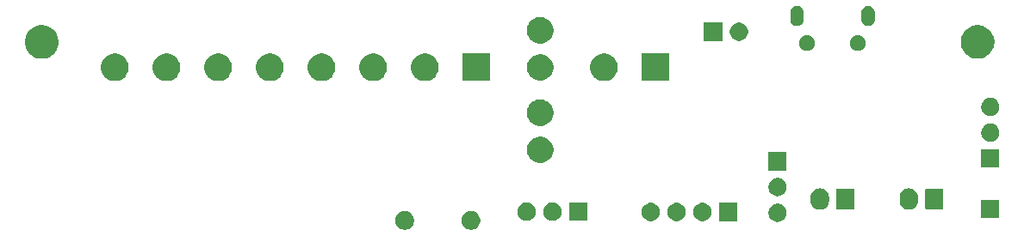
<source format=gbr>
G04 #@! TF.GenerationSoftware,KiCad,Pcbnew,(5.1.5)-3*
G04 #@! TF.CreationDate,2020-04-21T11:06:46-04:00*
G04 #@! TF.ProjectId,STM32_Klipper_Expander,53544d33-325f-44b6-9c69-707065725f45,B*
G04 #@! TF.SameCoordinates,Original*
G04 #@! TF.FileFunction,Soldermask,Bot*
G04 #@! TF.FilePolarity,Negative*
%FSLAX46Y46*%
G04 Gerber Fmt 4.6, Leading zero omitted, Abs format (unit mm)*
G04 Created by KiCad (PCBNEW (5.1.5)-3) date 2020-04-21 11:06:46*
%MOMM*%
%LPD*%
G04 APERTURE LIST*
%ADD10C,0.100000*%
G04 APERTURE END LIST*
D10*
G36*
X146460104Y-96722585D02*
G01*
X146628626Y-96792389D01*
X146780291Y-96893728D01*
X146909272Y-97022709D01*
X147010611Y-97174374D01*
X147080415Y-97342896D01*
X147116000Y-97521797D01*
X147116000Y-97704203D01*
X147080415Y-97883104D01*
X147010611Y-98051626D01*
X146909272Y-98203291D01*
X146780291Y-98332272D01*
X146628626Y-98433611D01*
X146460104Y-98503415D01*
X146281203Y-98539000D01*
X146098797Y-98539000D01*
X145919896Y-98503415D01*
X145751374Y-98433611D01*
X145599709Y-98332272D01*
X145470728Y-98203291D01*
X145369389Y-98051626D01*
X145299585Y-97883104D01*
X145264000Y-97704203D01*
X145264000Y-97521797D01*
X145299585Y-97342896D01*
X145369389Y-97174374D01*
X145470728Y-97022709D01*
X145599709Y-96893728D01*
X145751374Y-96792389D01*
X145919896Y-96722585D01*
X146098797Y-96687000D01*
X146281203Y-96687000D01*
X146460104Y-96722585D01*
G37*
G36*
X139960104Y-96722585D02*
G01*
X140128626Y-96792389D01*
X140280291Y-96893728D01*
X140409272Y-97022709D01*
X140510611Y-97174374D01*
X140580415Y-97342896D01*
X140616000Y-97521797D01*
X140616000Y-97704203D01*
X140580415Y-97883104D01*
X140510611Y-98051626D01*
X140409272Y-98203291D01*
X140280291Y-98332272D01*
X140128626Y-98433611D01*
X139960104Y-98503415D01*
X139781203Y-98539000D01*
X139598797Y-98539000D01*
X139419896Y-98503415D01*
X139251374Y-98433611D01*
X139099709Y-98332272D01*
X138970728Y-98203291D01*
X138869389Y-98051626D01*
X138799585Y-97883104D01*
X138764000Y-97704203D01*
X138764000Y-97521797D01*
X138799585Y-97342896D01*
X138869389Y-97174374D01*
X138970728Y-97022709D01*
X139099709Y-96893728D01*
X139251374Y-96792389D01*
X139419896Y-96722585D01*
X139598797Y-96687000D01*
X139781203Y-96687000D01*
X139960104Y-96722585D01*
G37*
G36*
X176454512Y-95954927D02*
G01*
X176603812Y-95984624D01*
X176767784Y-96052544D01*
X176915354Y-96151147D01*
X177040853Y-96276646D01*
X177139456Y-96424216D01*
X177207376Y-96588188D01*
X177242000Y-96762259D01*
X177242000Y-96939741D01*
X177207376Y-97113812D01*
X177139456Y-97277784D01*
X177040853Y-97425354D01*
X176915354Y-97550853D01*
X176767784Y-97649456D01*
X176603812Y-97717376D01*
X176454512Y-97747073D01*
X176429742Y-97752000D01*
X176252258Y-97752000D01*
X176227488Y-97747073D01*
X176078188Y-97717376D01*
X175914216Y-97649456D01*
X175766646Y-97550853D01*
X175641147Y-97425354D01*
X175542544Y-97277784D01*
X175474624Y-97113812D01*
X175440000Y-96939741D01*
X175440000Y-96762259D01*
X175474624Y-96588188D01*
X175542544Y-96424216D01*
X175641147Y-96276646D01*
X175766646Y-96151147D01*
X175914216Y-96052544D01*
X176078188Y-95984624D01*
X176227488Y-95954927D01*
X176252258Y-95950000D01*
X176429742Y-95950000D01*
X176454512Y-95954927D01*
G37*
G36*
X163987512Y-95881927D02*
G01*
X164136812Y-95911624D01*
X164300784Y-95979544D01*
X164448354Y-96078147D01*
X164573853Y-96203646D01*
X164672456Y-96351216D01*
X164740376Y-96515188D01*
X164775000Y-96689259D01*
X164775000Y-96866741D01*
X164740376Y-97040812D01*
X164672456Y-97204784D01*
X164573853Y-97352354D01*
X164448354Y-97477853D01*
X164300784Y-97576456D01*
X164136812Y-97644376D01*
X163987512Y-97674073D01*
X163962742Y-97679000D01*
X163785258Y-97679000D01*
X163760488Y-97674073D01*
X163611188Y-97644376D01*
X163447216Y-97576456D01*
X163299646Y-97477853D01*
X163174147Y-97352354D01*
X163075544Y-97204784D01*
X163007624Y-97040812D01*
X162973000Y-96866741D01*
X162973000Y-96689259D01*
X163007624Y-96515188D01*
X163075544Y-96351216D01*
X163174147Y-96203646D01*
X163299646Y-96078147D01*
X163447216Y-95979544D01*
X163611188Y-95911624D01*
X163760488Y-95881927D01*
X163785258Y-95877000D01*
X163962742Y-95877000D01*
X163987512Y-95881927D01*
G37*
G36*
X169067512Y-95881927D02*
G01*
X169216812Y-95911624D01*
X169380784Y-95979544D01*
X169528354Y-96078147D01*
X169653853Y-96203646D01*
X169752456Y-96351216D01*
X169820376Y-96515188D01*
X169855000Y-96689259D01*
X169855000Y-96866741D01*
X169820376Y-97040812D01*
X169752456Y-97204784D01*
X169653853Y-97352354D01*
X169528354Y-97477853D01*
X169380784Y-97576456D01*
X169216812Y-97644376D01*
X169067512Y-97674073D01*
X169042742Y-97679000D01*
X168865258Y-97679000D01*
X168840488Y-97674073D01*
X168691188Y-97644376D01*
X168527216Y-97576456D01*
X168379646Y-97477853D01*
X168254147Y-97352354D01*
X168155544Y-97204784D01*
X168087624Y-97040812D01*
X168053000Y-96866741D01*
X168053000Y-96689259D01*
X168087624Y-96515188D01*
X168155544Y-96351216D01*
X168254147Y-96203646D01*
X168379646Y-96078147D01*
X168527216Y-95979544D01*
X168691188Y-95911624D01*
X168840488Y-95881927D01*
X168865258Y-95877000D01*
X169042742Y-95877000D01*
X169067512Y-95881927D01*
G37*
G36*
X166527512Y-95881927D02*
G01*
X166676812Y-95911624D01*
X166840784Y-95979544D01*
X166988354Y-96078147D01*
X167113853Y-96203646D01*
X167212456Y-96351216D01*
X167280376Y-96515188D01*
X167315000Y-96689259D01*
X167315000Y-96866741D01*
X167280376Y-97040812D01*
X167212456Y-97204784D01*
X167113853Y-97352354D01*
X166988354Y-97477853D01*
X166840784Y-97576456D01*
X166676812Y-97644376D01*
X166527512Y-97674073D01*
X166502742Y-97679000D01*
X166325258Y-97679000D01*
X166300488Y-97674073D01*
X166151188Y-97644376D01*
X165987216Y-97576456D01*
X165839646Y-97477853D01*
X165714147Y-97352354D01*
X165615544Y-97204784D01*
X165547624Y-97040812D01*
X165513000Y-96866741D01*
X165513000Y-96689259D01*
X165547624Y-96515188D01*
X165615544Y-96351216D01*
X165714147Y-96203646D01*
X165839646Y-96078147D01*
X165987216Y-95979544D01*
X166151188Y-95911624D01*
X166300488Y-95881927D01*
X166325258Y-95877000D01*
X166502742Y-95877000D01*
X166527512Y-95881927D01*
G37*
G36*
X172395000Y-97679000D02*
G01*
X170593000Y-97679000D01*
X170593000Y-95877000D01*
X172395000Y-95877000D01*
X172395000Y-97679000D01*
G37*
G36*
X157651000Y-97651000D02*
G01*
X155849000Y-97651000D01*
X155849000Y-95849000D01*
X157651000Y-95849000D01*
X157651000Y-97651000D01*
G37*
G36*
X154323512Y-95853927D02*
G01*
X154472812Y-95883624D01*
X154636784Y-95951544D01*
X154784354Y-96050147D01*
X154909853Y-96175646D01*
X155008456Y-96323216D01*
X155076376Y-96487188D01*
X155111000Y-96661259D01*
X155111000Y-96838741D01*
X155076376Y-97012812D01*
X155008456Y-97176784D01*
X154909853Y-97324354D01*
X154784354Y-97449853D01*
X154636784Y-97548456D01*
X154472812Y-97616376D01*
X154332048Y-97644375D01*
X154298742Y-97651000D01*
X154121258Y-97651000D01*
X154087952Y-97644375D01*
X153947188Y-97616376D01*
X153783216Y-97548456D01*
X153635646Y-97449853D01*
X153510147Y-97324354D01*
X153411544Y-97176784D01*
X153343624Y-97012812D01*
X153309000Y-96838741D01*
X153309000Y-96661259D01*
X153343624Y-96487188D01*
X153411544Y-96323216D01*
X153510147Y-96175646D01*
X153635646Y-96050147D01*
X153783216Y-95951544D01*
X153947188Y-95883624D01*
X154096488Y-95853927D01*
X154121258Y-95849000D01*
X154298742Y-95849000D01*
X154323512Y-95853927D01*
G37*
G36*
X151783512Y-95853927D02*
G01*
X151932812Y-95883624D01*
X152096784Y-95951544D01*
X152244354Y-96050147D01*
X152369853Y-96175646D01*
X152468456Y-96323216D01*
X152536376Y-96487188D01*
X152571000Y-96661259D01*
X152571000Y-96838741D01*
X152536376Y-97012812D01*
X152468456Y-97176784D01*
X152369853Y-97324354D01*
X152244354Y-97449853D01*
X152096784Y-97548456D01*
X151932812Y-97616376D01*
X151792048Y-97644375D01*
X151758742Y-97651000D01*
X151581258Y-97651000D01*
X151547952Y-97644375D01*
X151407188Y-97616376D01*
X151243216Y-97548456D01*
X151095646Y-97449853D01*
X150970147Y-97324354D01*
X150871544Y-97176784D01*
X150803624Y-97012812D01*
X150769000Y-96838741D01*
X150769000Y-96661259D01*
X150803624Y-96487188D01*
X150871544Y-96323216D01*
X150970147Y-96175646D01*
X151095646Y-96050147D01*
X151243216Y-95951544D01*
X151407188Y-95883624D01*
X151556488Y-95853927D01*
X151581258Y-95849000D01*
X151758742Y-95849000D01*
X151783512Y-95853927D01*
G37*
G36*
X198151000Y-97401000D02*
G01*
X196349000Y-97401000D01*
X196349000Y-95599000D01*
X198151000Y-95599000D01*
X198151000Y-97401000D01*
G37*
G36*
X189426627Y-94462037D02*
G01*
X189596466Y-94513557D01*
X189752991Y-94597222D01*
X189788729Y-94626552D01*
X189890186Y-94709814D01*
X189973448Y-94811271D01*
X190002778Y-94847009D01*
X190086443Y-95003534D01*
X190137963Y-95173374D01*
X190151000Y-95305743D01*
X190151000Y-95694258D01*
X190137963Y-95826627D01*
X190086443Y-95996466D01*
X190002778Y-96152991D01*
X189973448Y-96188729D01*
X189890186Y-96290186D01*
X189752989Y-96402779D01*
X189596467Y-96486442D01*
X189596465Y-96486443D01*
X189426626Y-96537963D01*
X189250000Y-96555359D01*
X189073373Y-96537963D01*
X188903534Y-96486443D01*
X188747009Y-96402778D01*
X188684183Y-96351218D01*
X188609814Y-96290186D01*
X188497221Y-96152989D01*
X188413558Y-95996467D01*
X188413557Y-95996465D01*
X188362037Y-95826626D01*
X188349000Y-95694257D01*
X188349000Y-95305742D01*
X188362037Y-95173373D01*
X188413557Y-95003534D01*
X188497222Y-94847009D01*
X188609815Y-94709815D01*
X188747010Y-94597222D01*
X188903535Y-94513557D01*
X189073374Y-94462037D01*
X189250000Y-94444641D01*
X189426627Y-94462037D01*
G37*
G36*
X180676627Y-94462037D02*
G01*
X180846466Y-94513557D01*
X181002991Y-94597222D01*
X181038729Y-94626552D01*
X181140186Y-94709814D01*
X181223448Y-94811271D01*
X181252778Y-94847009D01*
X181336443Y-95003534D01*
X181387963Y-95173374D01*
X181401000Y-95305743D01*
X181401000Y-95694258D01*
X181387963Y-95826627D01*
X181336443Y-95996466D01*
X181252778Y-96152991D01*
X181223448Y-96188729D01*
X181140186Y-96290186D01*
X181002989Y-96402779D01*
X180846467Y-96486442D01*
X180846465Y-96486443D01*
X180676626Y-96537963D01*
X180500000Y-96555359D01*
X180323373Y-96537963D01*
X180153534Y-96486443D01*
X179997009Y-96402778D01*
X179934183Y-96351218D01*
X179859814Y-96290186D01*
X179747221Y-96152989D01*
X179663558Y-95996467D01*
X179663557Y-95996465D01*
X179612037Y-95826626D01*
X179599000Y-95694257D01*
X179599000Y-95305742D01*
X179612037Y-95173373D01*
X179663557Y-95003534D01*
X179747222Y-94847009D01*
X179859815Y-94709815D01*
X179997010Y-94597222D01*
X180153535Y-94513557D01*
X180323374Y-94462037D01*
X180500000Y-94444641D01*
X180676627Y-94462037D01*
G37*
G36*
X192508600Y-94452989D02*
G01*
X192541652Y-94463015D01*
X192572103Y-94479292D01*
X192598799Y-94501201D01*
X192620708Y-94527897D01*
X192636985Y-94558348D01*
X192647011Y-94591400D01*
X192651000Y-94631903D01*
X192651000Y-96368097D01*
X192647011Y-96408600D01*
X192636985Y-96441652D01*
X192620708Y-96472103D01*
X192598799Y-96498799D01*
X192572103Y-96520708D01*
X192541652Y-96536985D01*
X192508600Y-96547011D01*
X192468097Y-96551000D01*
X191031903Y-96551000D01*
X190991400Y-96547011D01*
X190958348Y-96536985D01*
X190927897Y-96520708D01*
X190901201Y-96498799D01*
X190879292Y-96472103D01*
X190863015Y-96441652D01*
X190852989Y-96408600D01*
X190849000Y-96368097D01*
X190849000Y-94631903D01*
X190852989Y-94591400D01*
X190863015Y-94558348D01*
X190879292Y-94527897D01*
X190901201Y-94501201D01*
X190927897Y-94479292D01*
X190958348Y-94463015D01*
X190991400Y-94452989D01*
X191031903Y-94449000D01*
X192468097Y-94449000D01*
X192508600Y-94452989D01*
G37*
G36*
X183758600Y-94452989D02*
G01*
X183791652Y-94463015D01*
X183822103Y-94479292D01*
X183848799Y-94501201D01*
X183870708Y-94527897D01*
X183886985Y-94558348D01*
X183897011Y-94591400D01*
X183901000Y-94631903D01*
X183901000Y-96368097D01*
X183897011Y-96408600D01*
X183886985Y-96441652D01*
X183870708Y-96472103D01*
X183848799Y-96498799D01*
X183822103Y-96520708D01*
X183791652Y-96536985D01*
X183758600Y-96547011D01*
X183718097Y-96551000D01*
X182281903Y-96551000D01*
X182241400Y-96547011D01*
X182208348Y-96536985D01*
X182177897Y-96520708D01*
X182151201Y-96498799D01*
X182129292Y-96472103D01*
X182113015Y-96441652D01*
X182102989Y-96408600D01*
X182099000Y-96368097D01*
X182099000Y-94631903D01*
X182102989Y-94591400D01*
X182113015Y-94558348D01*
X182129292Y-94527897D01*
X182151201Y-94501201D01*
X182177897Y-94479292D01*
X182208348Y-94463015D01*
X182241400Y-94452989D01*
X182281903Y-94449000D01*
X183718097Y-94449000D01*
X183758600Y-94452989D01*
G37*
G36*
X176454512Y-93414927D02*
G01*
X176603812Y-93444624D01*
X176767784Y-93512544D01*
X176915354Y-93611147D01*
X177040853Y-93736646D01*
X177139456Y-93884216D01*
X177207376Y-94048188D01*
X177242000Y-94222259D01*
X177242000Y-94399741D01*
X177207376Y-94573812D01*
X177139456Y-94737784D01*
X177040853Y-94885354D01*
X176915354Y-95010853D01*
X176767784Y-95109456D01*
X176603812Y-95177376D01*
X176454512Y-95207073D01*
X176429742Y-95212000D01*
X176252258Y-95212000D01*
X176227488Y-95207073D01*
X176078188Y-95177376D01*
X175914216Y-95109456D01*
X175766646Y-95010853D01*
X175641147Y-94885354D01*
X175542544Y-94737784D01*
X175474624Y-94573812D01*
X175440000Y-94399741D01*
X175440000Y-94222259D01*
X175474624Y-94048188D01*
X175542544Y-93884216D01*
X175641147Y-93736646D01*
X175766646Y-93611147D01*
X175914216Y-93512544D01*
X176078188Y-93444624D01*
X176227488Y-93414927D01*
X176252258Y-93410000D01*
X176429742Y-93410000D01*
X176454512Y-93414927D01*
G37*
G36*
X177242000Y-92672000D02*
G01*
X175440000Y-92672000D01*
X175440000Y-90870000D01*
X177242000Y-90870000D01*
X177242000Y-92672000D01*
G37*
G36*
X198151000Y-92401000D02*
G01*
X196349000Y-92401000D01*
X196349000Y-90599000D01*
X198151000Y-90599000D01*
X198151000Y-92401000D01*
G37*
G36*
X153379487Y-89383996D02*
G01*
X153616253Y-89482068D01*
X153616255Y-89482069D01*
X153694505Y-89534354D01*
X153829339Y-89624447D01*
X154010553Y-89805661D01*
X154152932Y-90018747D01*
X154251004Y-90255513D01*
X154301000Y-90506861D01*
X154301000Y-90763139D01*
X154251004Y-91014487D01*
X154152932Y-91251253D01*
X154152931Y-91251255D01*
X154010553Y-91464339D01*
X153829339Y-91645553D01*
X153616255Y-91787931D01*
X153616254Y-91787932D01*
X153616253Y-91787932D01*
X153379487Y-91886004D01*
X153128139Y-91936000D01*
X152871861Y-91936000D01*
X152620513Y-91886004D01*
X152383747Y-91787932D01*
X152383746Y-91787932D01*
X152383745Y-91787931D01*
X152170661Y-91645553D01*
X151989447Y-91464339D01*
X151847069Y-91251255D01*
X151847068Y-91251253D01*
X151748996Y-91014487D01*
X151699000Y-90763139D01*
X151699000Y-90506861D01*
X151748996Y-90255513D01*
X151847068Y-90018747D01*
X151989447Y-89805661D01*
X152170661Y-89624447D01*
X152305495Y-89534354D01*
X152383745Y-89482069D01*
X152383747Y-89482068D01*
X152620513Y-89383996D01*
X152871861Y-89334000D01*
X153128139Y-89334000D01*
X153379487Y-89383996D01*
G37*
G36*
X197363512Y-88063927D02*
G01*
X197512812Y-88093624D01*
X197676784Y-88161544D01*
X197824354Y-88260147D01*
X197949853Y-88385646D01*
X198048456Y-88533216D01*
X198116376Y-88697188D01*
X198151000Y-88871259D01*
X198151000Y-89048741D01*
X198116376Y-89222812D01*
X198048456Y-89386784D01*
X197949853Y-89534354D01*
X197824354Y-89659853D01*
X197676784Y-89758456D01*
X197512812Y-89826376D01*
X197363512Y-89856073D01*
X197338742Y-89861000D01*
X197161258Y-89861000D01*
X197136488Y-89856073D01*
X196987188Y-89826376D01*
X196823216Y-89758456D01*
X196675646Y-89659853D01*
X196550147Y-89534354D01*
X196451544Y-89386784D01*
X196383624Y-89222812D01*
X196349000Y-89048741D01*
X196349000Y-88871259D01*
X196383624Y-88697188D01*
X196451544Y-88533216D01*
X196550147Y-88385646D01*
X196675646Y-88260147D01*
X196823216Y-88161544D01*
X196987188Y-88093624D01*
X197136488Y-88063927D01*
X197161258Y-88059000D01*
X197338742Y-88059000D01*
X197363512Y-88063927D01*
G37*
G36*
X153379487Y-85723996D02*
G01*
X153616253Y-85822068D01*
X153616255Y-85822069D01*
X153651542Y-85845647D01*
X153829339Y-85964447D01*
X154010553Y-86145661D01*
X154152932Y-86358747D01*
X154251004Y-86595513D01*
X154301000Y-86846861D01*
X154301000Y-87103139D01*
X154251004Y-87354487D01*
X154152932Y-87591253D01*
X154152931Y-87591255D01*
X154010553Y-87804339D01*
X153829339Y-87985553D01*
X153616255Y-88127931D01*
X153616254Y-88127932D01*
X153616253Y-88127932D01*
X153379487Y-88226004D01*
X153128139Y-88276000D01*
X152871861Y-88276000D01*
X152620513Y-88226004D01*
X152383747Y-88127932D01*
X152383746Y-88127932D01*
X152383745Y-88127931D01*
X152170661Y-87985553D01*
X151989447Y-87804339D01*
X151847069Y-87591255D01*
X151847068Y-87591253D01*
X151748996Y-87354487D01*
X151699000Y-87103139D01*
X151699000Y-86846861D01*
X151748996Y-86595513D01*
X151847068Y-86358747D01*
X151989447Y-86145661D01*
X152170661Y-85964447D01*
X152348458Y-85845647D01*
X152383745Y-85822069D01*
X152383747Y-85822068D01*
X152620513Y-85723996D01*
X152871861Y-85674000D01*
X153128139Y-85674000D01*
X153379487Y-85723996D01*
G37*
G36*
X197363512Y-85523927D02*
G01*
X197512812Y-85553624D01*
X197676784Y-85621544D01*
X197824354Y-85720147D01*
X197949853Y-85845646D01*
X198048456Y-85993216D01*
X198116376Y-86157188D01*
X198151000Y-86331259D01*
X198151000Y-86508741D01*
X198116376Y-86682812D01*
X198048456Y-86846784D01*
X197949853Y-86994354D01*
X197824354Y-87119853D01*
X197676784Y-87218456D01*
X197512812Y-87286376D01*
X197363512Y-87316073D01*
X197338742Y-87321000D01*
X197161258Y-87321000D01*
X197136488Y-87316073D01*
X196987188Y-87286376D01*
X196823216Y-87218456D01*
X196675646Y-87119853D01*
X196550147Y-86994354D01*
X196451544Y-86846784D01*
X196383624Y-86682812D01*
X196349000Y-86508741D01*
X196349000Y-86331259D01*
X196383624Y-86157188D01*
X196451544Y-85993216D01*
X196550147Y-85845646D01*
X196675646Y-85720147D01*
X196823216Y-85621544D01*
X196987188Y-85553624D01*
X197136488Y-85523927D01*
X197161258Y-85519000D01*
X197338742Y-85519000D01*
X197363512Y-85523927D01*
G37*
G36*
X116664072Y-81200918D02*
G01*
X116860827Y-81282416D01*
X116909939Y-81302759D01*
X116983736Y-81352069D01*
X117131211Y-81450609D01*
X117319391Y-81638789D01*
X117467242Y-81860063D01*
X117569082Y-82105928D01*
X117572978Y-82125512D01*
X117621000Y-82366938D01*
X117621000Y-82633062D01*
X117569082Y-82894072D01*
X117467241Y-83139939D01*
X117319390Y-83361212D01*
X117131212Y-83549390D01*
X116909939Y-83697241D01*
X116909938Y-83697242D01*
X116909937Y-83697242D01*
X116664072Y-83799082D01*
X116403063Y-83851000D01*
X116136937Y-83851000D01*
X115875928Y-83799082D01*
X115630063Y-83697242D01*
X115630062Y-83697242D01*
X115630061Y-83697241D01*
X115408788Y-83549390D01*
X115220610Y-83361212D01*
X115072759Y-83139939D01*
X114970918Y-82894072D01*
X114919000Y-82633062D01*
X114919000Y-82366938D01*
X114967023Y-82125512D01*
X114970918Y-82105928D01*
X115072758Y-81860063D01*
X115220609Y-81638789D01*
X115408789Y-81450609D01*
X115556264Y-81352069D01*
X115630061Y-81302759D01*
X115679174Y-81282416D01*
X115875928Y-81200918D01*
X116136937Y-81149000D01*
X116403063Y-81149000D01*
X116664072Y-81200918D01*
G37*
G36*
X148101000Y-83851000D02*
G01*
X145399000Y-83851000D01*
X145399000Y-81149000D01*
X148101000Y-81149000D01*
X148101000Y-83851000D01*
G37*
G36*
X165701000Y-83851000D02*
G01*
X162999000Y-83851000D01*
X162999000Y-81149000D01*
X165701000Y-81149000D01*
X165701000Y-83851000D01*
G37*
G36*
X159664072Y-81200918D02*
G01*
X159860827Y-81282416D01*
X159909939Y-81302759D01*
X159983736Y-81352069D01*
X160131211Y-81450609D01*
X160319391Y-81638789D01*
X160467242Y-81860063D01*
X160569082Y-82105928D01*
X160572978Y-82125512D01*
X160621000Y-82366938D01*
X160621000Y-82633062D01*
X160569082Y-82894072D01*
X160467241Y-83139939D01*
X160319390Y-83361212D01*
X160131212Y-83549390D01*
X159909939Y-83697241D01*
X159909938Y-83697242D01*
X159909937Y-83697242D01*
X159664072Y-83799082D01*
X159403063Y-83851000D01*
X159136937Y-83851000D01*
X158875928Y-83799082D01*
X158630063Y-83697242D01*
X158630062Y-83697242D01*
X158630061Y-83697241D01*
X158408788Y-83549390D01*
X158220610Y-83361212D01*
X158072759Y-83139939D01*
X157970918Y-82894072D01*
X157919000Y-82633062D01*
X157919000Y-82366938D01*
X157967023Y-82125512D01*
X157970918Y-82105928D01*
X158072758Y-81860063D01*
X158220609Y-81638789D01*
X158408789Y-81450609D01*
X158556264Y-81352069D01*
X158630061Y-81302759D01*
X158679174Y-81282416D01*
X158875928Y-81200918D01*
X159136937Y-81149000D01*
X159403063Y-81149000D01*
X159664072Y-81200918D01*
G37*
G36*
X121744072Y-81200918D02*
G01*
X121940827Y-81282416D01*
X121989939Y-81302759D01*
X122063736Y-81352069D01*
X122211211Y-81450609D01*
X122399391Y-81638789D01*
X122547242Y-81860063D01*
X122649082Y-82105928D01*
X122652978Y-82125512D01*
X122701000Y-82366938D01*
X122701000Y-82633062D01*
X122649082Y-82894072D01*
X122547241Y-83139939D01*
X122399390Y-83361212D01*
X122211212Y-83549390D01*
X121989939Y-83697241D01*
X121989938Y-83697242D01*
X121989937Y-83697242D01*
X121744072Y-83799082D01*
X121483063Y-83851000D01*
X121216937Y-83851000D01*
X120955928Y-83799082D01*
X120710063Y-83697242D01*
X120710062Y-83697242D01*
X120710061Y-83697241D01*
X120488788Y-83549390D01*
X120300610Y-83361212D01*
X120152759Y-83139939D01*
X120050918Y-82894072D01*
X119999000Y-82633062D01*
X119999000Y-82366938D01*
X120047023Y-82125512D01*
X120050918Y-82105928D01*
X120152758Y-81860063D01*
X120300609Y-81638789D01*
X120488789Y-81450609D01*
X120636264Y-81352069D01*
X120710061Y-81302759D01*
X120759174Y-81282416D01*
X120955928Y-81200918D01*
X121216937Y-81149000D01*
X121483063Y-81149000D01*
X121744072Y-81200918D01*
G37*
G36*
X126824072Y-81200918D02*
G01*
X127020827Y-81282416D01*
X127069939Y-81302759D01*
X127143736Y-81352069D01*
X127291211Y-81450609D01*
X127479391Y-81638789D01*
X127627242Y-81860063D01*
X127729082Y-82105928D01*
X127732978Y-82125512D01*
X127781000Y-82366938D01*
X127781000Y-82633062D01*
X127729082Y-82894072D01*
X127627241Y-83139939D01*
X127479390Y-83361212D01*
X127291212Y-83549390D01*
X127069939Y-83697241D01*
X127069938Y-83697242D01*
X127069937Y-83697242D01*
X126824072Y-83799082D01*
X126563063Y-83851000D01*
X126296937Y-83851000D01*
X126035928Y-83799082D01*
X125790063Y-83697242D01*
X125790062Y-83697242D01*
X125790061Y-83697241D01*
X125568788Y-83549390D01*
X125380610Y-83361212D01*
X125232759Y-83139939D01*
X125130918Y-82894072D01*
X125079000Y-82633062D01*
X125079000Y-82366938D01*
X125127023Y-82125512D01*
X125130918Y-82105928D01*
X125232758Y-81860063D01*
X125380609Y-81638789D01*
X125568789Y-81450609D01*
X125716264Y-81352069D01*
X125790061Y-81302759D01*
X125839174Y-81282416D01*
X126035928Y-81200918D01*
X126296937Y-81149000D01*
X126563063Y-81149000D01*
X126824072Y-81200918D01*
G37*
G36*
X131904072Y-81200918D02*
G01*
X132100827Y-81282416D01*
X132149939Y-81302759D01*
X132223736Y-81352069D01*
X132371211Y-81450609D01*
X132559391Y-81638789D01*
X132707242Y-81860063D01*
X132809082Y-82105928D01*
X132812978Y-82125512D01*
X132861000Y-82366938D01*
X132861000Y-82633062D01*
X132809082Y-82894072D01*
X132707241Y-83139939D01*
X132559390Y-83361212D01*
X132371212Y-83549390D01*
X132149939Y-83697241D01*
X132149938Y-83697242D01*
X132149937Y-83697242D01*
X131904072Y-83799082D01*
X131643063Y-83851000D01*
X131376937Y-83851000D01*
X131115928Y-83799082D01*
X130870063Y-83697242D01*
X130870062Y-83697242D01*
X130870061Y-83697241D01*
X130648788Y-83549390D01*
X130460610Y-83361212D01*
X130312759Y-83139939D01*
X130210918Y-82894072D01*
X130159000Y-82633062D01*
X130159000Y-82366938D01*
X130207023Y-82125512D01*
X130210918Y-82105928D01*
X130312758Y-81860063D01*
X130460609Y-81638789D01*
X130648789Y-81450609D01*
X130796264Y-81352069D01*
X130870061Y-81302759D01*
X130919174Y-81282416D01*
X131115928Y-81200918D01*
X131376937Y-81149000D01*
X131643063Y-81149000D01*
X131904072Y-81200918D01*
G37*
G36*
X142064072Y-81200918D02*
G01*
X142260827Y-81282416D01*
X142309939Y-81302759D01*
X142383736Y-81352069D01*
X142531211Y-81450609D01*
X142719391Y-81638789D01*
X142867242Y-81860063D01*
X142969082Y-82105928D01*
X142972978Y-82125512D01*
X143021000Y-82366938D01*
X143021000Y-82633062D01*
X142969082Y-82894072D01*
X142867241Y-83139939D01*
X142719390Y-83361212D01*
X142531212Y-83549390D01*
X142309939Y-83697241D01*
X142309938Y-83697242D01*
X142309937Y-83697242D01*
X142064072Y-83799082D01*
X141803063Y-83851000D01*
X141536937Y-83851000D01*
X141275928Y-83799082D01*
X141030063Y-83697242D01*
X141030062Y-83697242D01*
X141030061Y-83697241D01*
X140808788Y-83549390D01*
X140620610Y-83361212D01*
X140472759Y-83139939D01*
X140370918Y-82894072D01*
X140319000Y-82633062D01*
X140319000Y-82366938D01*
X140367023Y-82125512D01*
X140370918Y-82105928D01*
X140472758Y-81860063D01*
X140620609Y-81638789D01*
X140808789Y-81450609D01*
X140956264Y-81352069D01*
X141030061Y-81302759D01*
X141079174Y-81282416D01*
X141275928Y-81200918D01*
X141536937Y-81149000D01*
X141803063Y-81149000D01*
X142064072Y-81200918D01*
G37*
G36*
X136984072Y-81200918D02*
G01*
X137180827Y-81282416D01*
X137229939Y-81302759D01*
X137303736Y-81352069D01*
X137451211Y-81450609D01*
X137639391Y-81638789D01*
X137787242Y-81860063D01*
X137889082Y-82105928D01*
X137892978Y-82125512D01*
X137941000Y-82366938D01*
X137941000Y-82633062D01*
X137889082Y-82894072D01*
X137787241Y-83139939D01*
X137639390Y-83361212D01*
X137451212Y-83549390D01*
X137229939Y-83697241D01*
X137229938Y-83697242D01*
X137229937Y-83697242D01*
X136984072Y-83799082D01*
X136723063Y-83851000D01*
X136456937Y-83851000D01*
X136195928Y-83799082D01*
X135950063Y-83697242D01*
X135950062Y-83697242D01*
X135950061Y-83697241D01*
X135728788Y-83549390D01*
X135540610Y-83361212D01*
X135392759Y-83139939D01*
X135290918Y-82894072D01*
X135239000Y-82633062D01*
X135239000Y-82366938D01*
X135287023Y-82125512D01*
X135290918Y-82105928D01*
X135392758Y-81860063D01*
X135540609Y-81638789D01*
X135728789Y-81450609D01*
X135876264Y-81352069D01*
X135950061Y-81302759D01*
X135999174Y-81282416D01*
X136195928Y-81200918D01*
X136456937Y-81149000D01*
X136723063Y-81149000D01*
X136984072Y-81200918D01*
G37*
G36*
X111584072Y-81200918D02*
G01*
X111780827Y-81282416D01*
X111829939Y-81302759D01*
X111903736Y-81352069D01*
X112051211Y-81450609D01*
X112239391Y-81638789D01*
X112387242Y-81860063D01*
X112489082Y-82105928D01*
X112492978Y-82125512D01*
X112541000Y-82366938D01*
X112541000Y-82633062D01*
X112489082Y-82894072D01*
X112387241Y-83139939D01*
X112239390Y-83361212D01*
X112051212Y-83549390D01*
X111829939Y-83697241D01*
X111829938Y-83697242D01*
X111829937Y-83697242D01*
X111584072Y-83799082D01*
X111323063Y-83851000D01*
X111056937Y-83851000D01*
X110795928Y-83799082D01*
X110550063Y-83697242D01*
X110550062Y-83697242D01*
X110550061Y-83697241D01*
X110328788Y-83549390D01*
X110140610Y-83361212D01*
X109992759Y-83139939D01*
X109890918Y-82894072D01*
X109839000Y-82633062D01*
X109839000Y-82366938D01*
X109887023Y-82125512D01*
X109890918Y-82105928D01*
X109992758Y-81860063D01*
X110140609Y-81638789D01*
X110328789Y-81450609D01*
X110476264Y-81352069D01*
X110550061Y-81302759D01*
X110599174Y-81282416D01*
X110795928Y-81200918D01*
X111056937Y-81149000D01*
X111323063Y-81149000D01*
X111584072Y-81200918D01*
G37*
G36*
X153379487Y-81253996D02*
G01*
X153616253Y-81352068D01*
X153616255Y-81352069D01*
X153763731Y-81450609D01*
X153829339Y-81494447D01*
X154010553Y-81675661D01*
X154152932Y-81888747D01*
X154251004Y-82125513D01*
X154301000Y-82376861D01*
X154301000Y-82633139D01*
X154251004Y-82884487D01*
X154152932Y-83121253D01*
X154152931Y-83121255D01*
X154010553Y-83334339D01*
X153829339Y-83515553D01*
X153616255Y-83657931D01*
X153616254Y-83657932D01*
X153616253Y-83657932D01*
X153379487Y-83756004D01*
X153128139Y-83806000D01*
X152871861Y-83806000D01*
X152620513Y-83756004D01*
X152383747Y-83657932D01*
X152383746Y-83657932D01*
X152383745Y-83657931D01*
X152170661Y-83515553D01*
X151989447Y-83334339D01*
X151847069Y-83121255D01*
X151847068Y-83121253D01*
X151748996Y-82884487D01*
X151699000Y-82633139D01*
X151699000Y-82376861D01*
X151748996Y-82125513D01*
X151847068Y-81888747D01*
X151989447Y-81675661D01*
X152170661Y-81494447D01*
X152236269Y-81450609D01*
X152383745Y-81352069D01*
X152383747Y-81352068D01*
X152620513Y-81253996D01*
X152871861Y-81204000D01*
X153128139Y-81204000D01*
X153379487Y-81253996D01*
G37*
G36*
X104375256Y-78391298D02*
G01*
X104481579Y-78412447D01*
X104782042Y-78536903D01*
X105052451Y-78717585D01*
X105282415Y-78947549D01*
X105376757Y-79088742D01*
X105463098Y-79217960D01*
X105465802Y-79224488D01*
X105587553Y-79518421D01*
X105598679Y-79574354D01*
X105651000Y-79837389D01*
X105651000Y-80162611D01*
X105643974Y-80197931D01*
X105587553Y-80481579D01*
X105463097Y-80782042D01*
X105282415Y-81052451D01*
X105052451Y-81282415D01*
X104782042Y-81463097D01*
X104782041Y-81463098D01*
X104782040Y-81463098D01*
X104694037Y-81499550D01*
X104481579Y-81587553D01*
X104375256Y-81608702D01*
X104162611Y-81651000D01*
X103837389Y-81651000D01*
X103624744Y-81608702D01*
X103518421Y-81587553D01*
X103305963Y-81499550D01*
X103217960Y-81463098D01*
X103217959Y-81463098D01*
X103217958Y-81463097D01*
X102947549Y-81282415D01*
X102717585Y-81052451D01*
X102536903Y-80782042D01*
X102412447Y-80481579D01*
X102356026Y-80197931D01*
X102349000Y-80162611D01*
X102349000Y-79837389D01*
X102401321Y-79574354D01*
X102412447Y-79518421D01*
X102534198Y-79224488D01*
X102536902Y-79217960D01*
X102623243Y-79088742D01*
X102717585Y-78947549D01*
X102947549Y-78717585D01*
X103217958Y-78536903D01*
X103518421Y-78412447D01*
X103624744Y-78391298D01*
X103837389Y-78349000D01*
X104162611Y-78349000D01*
X104375256Y-78391298D01*
G37*
G36*
X196375256Y-78391298D02*
G01*
X196481579Y-78412447D01*
X196782042Y-78536903D01*
X197052451Y-78717585D01*
X197282415Y-78947549D01*
X197376757Y-79088742D01*
X197463098Y-79217960D01*
X197465802Y-79224488D01*
X197587553Y-79518421D01*
X197598679Y-79574354D01*
X197651000Y-79837389D01*
X197651000Y-80162611D01*
X197643974Y-80197931D01*
X197587553Y-80481579D01*
X197463097Y-80782042D01*
X197282415Y-81052451D01*
X197052451Y-81282415D01*
X196782042Y-81463097D01*
X196782041Y-81463098D01*
X196782040Y-81463098D01*
X196694037Y-81499550D01*
X196481579Y-81587553D01*
X196375256Y-81608702D01*
X196162611Y-81651000D01*
X195837389Y-81651000D01*
X195624744Y-81608702D01*
X195518421Y-81587553D01*
X195305963Y-81499550D01*
X195217960Y-81463098D01*
X195217959Y-81463098D01*
X195217958Y-81463097D01*
X194947549Y-81282415D01*
X194717585Y-81052451D01*
X194536903Y-80782042D01*
X194412447Y-80481579D01*
X194356026Y-80197931D01*
X194349000Y-80162611D01*
X194349000Y-79837389D01*
X194401321Y-79574354D01*
X194412447Y-79518421D01*
X194534198Y-79224488D01*
X194536902Y-79217960D01*
X194623243Y-79088742D01*
X194717585Y-78947549D01*
X194947549Y-78717585D01*
X195217958Y-78536903D01*
X195518421Y-78412447D01*
X195624744Y-78391298D01*
X195837389Y-78349000D01*
X196162611Y-78349000D01*
X196375256Y-78391298D01*
G37*
G36*
X179468348Y-79375320D02*
G01*
X179468350Y-79375321D01*
X179468351Y-79375321D01*
X179609574Y-79433817D01*
X179609577Y-79433819D01*
X179736669Y-79518739D01*
X179844761Y-79626831D01*
X179929681Y-79753923D01*
X179929683Y-79753926D01*
X179976261Y-79866376D01*
X179988180Y-79895152D01*
X180008624Y-79997932D01*
X180018000Y-80045071D01*
X180018000Y-80197929D01*
X179988179Y-80347851D01*
X179929683Y-80489074D01*
X179929681Y-80489077D01*
X179844761Y-80616169D01*
X179736669Y-80724261D01*
X179650196Y-80782040D01*
X179609574Y-80809183D01*
X179468351Y-80867679D01*
X179468350Y-80867679D01*
X179468348Y-80867680D01*
X179318431Y-80897500D01*
X179165569Y-80897500D01*
X179015652Y-80867680D01*
X179015650Y-80867679D01*
X179015649Y-80867679D01*
X178874426Y-80809183D01*
X178833804Y-80782040D01*
X178747331Y-80724261D01*
X178639239Y-80616169D01*
X178554319Y-80489077D01*
X178554317Y-80489074D01*
X178495821Y-80347851D01*
X178466000Y-80197929D01*
X178466000Y-80045071D01*
X178475376Y-79997932D01*
X178495820Y-79895152D01*
X178507739Y-79866376D01*
X178554317Y-79753926D01*
X178554319Y-79753923D01*
X178639239Y-79626831D01*
X178747331Y-79518739D01*
X178874423Y-79433819D01*
X178874426Y-79433817D01*
X179015649Y-79375321D01*
X179015650Y-79375321D01*
X179015652Y-79375320D01*
X179165569Y-79345500D01*
X179318431Y-79345500D01*
X179468348Y-79375320D01*
G37*
G36*
X184468348Y-79375320D02*
G01*
X184468350Y-79375321D01*
X184468351Y-79375321D01*
X184609574Y-79433817D01*
X184609577Y-79433819D01*
X184736669Y-79518739D01*
X184844761Y-79626831D01*
X184929681Y-79753923D01*
X184929683Y-79753926D01*
X184976261Y-79866376D01*
X184988180Y-79895152D01*
X185008624Y-79997932D01*
X185018000Y-80045071D01*
X185018000Y-80197929D01*
X184988179Y-80347851D01*
X184929683Y-80489074D01*
X184929681Y-80489077D01*
X184844761Y-80616169D01*
X184736669Y-80724261D01*
X184650196Y-80782040D01*
X184609574Y-80809183D01*
X184468351Y-80867679D01*
X184468350Y-80867679D01*
X184468348Y-80867680D01*
X184318431Y-80897500D01*
X184165569Y-80897500D01*
X184015652Y-80867680D01*
X184015650Y-80867679D01*
X184015649Y-80867679D01*
X183874426Y-80809183D01*
X183833804Y-80782040D01*
X183747331Y-80724261D01*
X183639239Y-80616169D01*
X183554319Y-80489077D01*
X183554317Y-80489074D01*
X183495821Y-80347851D01*
X183466000Y-80197929D01*
X183466000Y-80045071D01*
X183475376Y-79997932D01*
X183495820Y-79895152D01*
X183507739Y-79866376D01*
X183554317Y-79753926D01*
X183554319Y-79753923D01*
X183639239Y-79626831D01*
X183747331Y-79518739D01*
X183874423Y-79433819D01*
X183874426Y-79433817D01*
X184015649Y-79375321D01*
X184015650Y-79375321D01*
X184015652Y-79375320D01*
X184165569Y-79345500D01*
X184318431Y-79345500D01*
X184468348Y-79375320D01*
G37*
G36*
X153379487Y-77593996D02*
G01*
X153616253Y-77692068D01*
X153616255Y-77692069D01*
X153829339Y-77834447D01*
X154010553Y-78015661D01*
X154090243Y-78134925D01*
X154152932Y-78228747D01*
X154251004Y-78465513D01*
X154301000Y-78716861D01*
X154301000Y-78973139D01*
X154251004Y-79224487D01*
X154152932Y-79461253D01*
X154152931Y-79461255D01*
X154010553Y-79674339D01*
X153829339Y-79855553D01*
X153616255Y-79997931D01*
X153616254Y-79997932D01*
X153616253Y-79997932D01*
X153379487Y-80096004D01*
X153128139Y-80146000D01*
X152871861Y-80146000D01*
X152620513Y-80096004D01*
X152383747Y-79997932D01*
X152383746Y-79997932D01*
X152383745Y-79997931D01*
X152170661Y-79855553D01*
X151989447Y-79674339D01*
X151847069Y-79461255D01*
X151847068Y-79461253D01*
X151748996Y-79224487D01*
X151699000Y-78973139D01*
X151699000Y-78716861D01*
X151748996Y-78465513D01*
X151847068Y-78228747D01*
X151909758Y-78134925D01*
X151989447Y-78015661D01*
X152170661Y-77834447D01*
X152383745Y-77692069D01*
X152383747Y-77692068D01*
X152620513Y-77593996D01*
X152871861Y-77544000D01*
X153128139Y-77544000D01*
X153379487Y-77593996D01*
G37*
G36*
X170901000Y-79901000D02*
G01*
X169099000Y-79901000D01*
X169099000Y-78099000D01*
X170901000Y-78099000D01*
X170901000Y-79901000D01*
G37*
G36*
X172653512Y-78103927D02*
G01*
X172802812Y-78133624D01*
X172966784Y-78201544D01*
X173114354Y-78300147D01*
X173239853Y-78425646D01*
X173338456Y-78573216D01*
X173406376Y-78737188D01*
X173441000Y-78911259D01*
X173441000Y-79088741D01*
X173406376Y-79262812D01*
X173338456Y-79426784D01*
X173239853Y-79574354D01*
X173114354Y-79699853D01*
X172966784Y-79798456D01*
X172802812Y-79866376D01*
X172653512Y-79896073D01*
X172628742Y-79901000D01*
X172451258Y-79901000D01*
X172426488Y-79896073D01*
X172277188Y-79866376D01*
X172113216Y-79798456D01*
X171965646Y-79699853D01*
X171840147Y-79574354D01*
X171741544Y-79426784D01*
X171673624Y-79262812D01*
X171639000Y-79088741D01*
X171639000Y-78911259D01*
X171673624Y-78737188D01*
X171741544Y-78573216D01*
X171840147Y-78425646D01*
X171965646Y-78300147D01*
X172113216Y-78201544D01*
X172277188Y-78133624D01*
X172426488Y-78103927D01*
X172451258Y-78099000D01*
X172628742Y-78099000D01*
X172653512Y-78103927D01*
G37*
G36*
X178369618Y-76429920D02*
G01*
X178460404Y-76457460D01*
X178492336Y-76467146D01*
X178605425Y-76527594D01*
X178704554Y-76608946D01*
X178785906Y-76708075D01*
X178846354Y-76821164D01*
X178856040Y-76853096D01*
X178883580Y-76943882D01*
X178893000Y-77039527D01*
X178893000Y-77803473D01*
X178883580Y-77899118D01*
X178856040Y-77989904D01*
X178846354Y-78021836D01*
X178785906Y-78134925D01*
X178704554Y-78234053D01*
X178605424Y-78315406D01*
X178492335Y-78375854D01*
X178460403Y-78385540D01*
X178369617Y-78413080D01*
X178242000Y-78425649D01*
X178114382Y-78413080D01*
X178023596Y-78385540D01*
X177991664Y-78375854D01*
X177878575Y-78315406D01*
X177779447Y-78234054D01*
X177698094Y-78134924D01*
X177637646Y-78021835D01*
X177627960Y-77989903D01*
X177600420Y-77899117D01*
X177591000Y-77803472D01*
X177591000Y-77039527D01*
X177600420Y-76943882D01*
X177637645Y-76821168D01*
X177662608Y-76774466D01*
X177698095Y-76708075D01*
X177779447Y-76608946D01*
X177878576Y-76527594D01*
X177991665Y-76467146D01*
X178023597Y-76457460D01*
X178114383Y-76429920D01*
X178242000Y-76417351D01*
X178369618Y-76429920D01*
G37*
G36*
X185369617Y-76429920D02*
G01*
X185460403Y-76457460D01*
X185492335Y-76467146D01*
X185605424Y-76527594D01*
X185704554Y-76608947D01*
X185785906Y-76708075D01*
X185846354Y-76821164D01*
X185856040Y-76853096D01*
X185883580Y-76943882D01*
X185893000Y-77039527D01*
X185893000Y-77803473D01*
X185883580Y-77899118D01*
X185856040Y-77989904D01*
X185846354Y-78021836D01*
X185785906Y-78134925D01*
X185704554Y-78234054D01*
X185605425Y-78315406D01*
X185492336Y-78375854D01*
X185460404Y-78385540D01*
X185369618Y-78413080D01*
X185242000Y-78425649D01*
X185114383Y-78413080D01*
X185023597Y-78385540D01*
X184991665Y-78375854D01*
X184878576Y-78315406D01*
X184779447Y-78234054D01*
X184698095Y-78134925D01*
X184637648Y-78021837D01*
X184637645Y-78021832D01*
X184600420Y-77899118D01*
X184591000Y-77803473D01*
X184591000Y-77039528D01*
X184600420Y-76943883D01*
X184637645Y-76821169D01*
X184637646Y-76821165D01*
X184698094Y-76708076D01*
X184779447Y-76608946D01*
X184878575Y-76527594D01*
X184991664Y-76467146D01*
X185023596Y-76457460D01*
X185114382Y-76429920D01*
X185242000Y-76417351D01*
X185369617Y-76429920D01*
G37*
M02*

</source>
